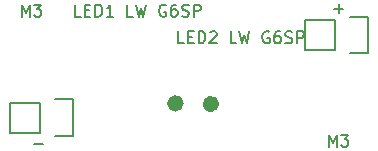
<source format=gto>
G04 #@! TF.FileFunction,Legend,Top*
%FSLAX46Y46*%
G04 Gerber Fmt 4.6, Leading zero omitted, Abs format (unit mm)*
G04 Created by KiCad (PCBNEW 4.0.6) date Fri Jul 21 09:34:55 2017*
%MOMM*%
%LPD*%
G01*
G04 APERTURE LIST*
%ADD10C,0.100000*%
%ADD11C,0.150000*%
%ADD12C,0.700000*%
G04 APERTURE END LIST*
D10*
D11*
X82230000Y-46105000D02*
X79690000Y-46105000D01*
X85050000Y-46385000D02*
X83500000Y-46385000D01*
X82230000Y-46105000D02*
X82230000Y-43565000D01*
X83500000Y-43285000D02*
X85050000Y-43285000D01*
X85050000Y-43285000D02*
X85050000Y-46385000D01*
X82230000Y-43565000D02*
X79690000Y-43565000D01*
X79690000Y-43565000D02*
X79690000Y-46105000D01*
X57230000Y-53105000D02*
X54690000Y-53105000D01*
X60050000Y-53385000D02*
X58500000Y-53385000D01*
X57230000Y-53105000D02*
X57230000Y-50565000D01*
X58500000Y-50285000D02*
X60050000Y-50285000D01*
X60050000Y-50285000D02*
X60050000Y-53385000D01*
X57230000Y-50565000D02*
X54690000Y-50565000D01*
X54690000Y-50565000D02*
X54690000Y-53105000D01*
D12*
X69060555Y-50635000D02*
G75*
G03X69060555Y-50635000I-360555J0D01*
G01*
X72060555Y-50685000D02*
G75*
G03X72060555Y-50685000I-360555J0D01*
G01*
D11*
X82169048Y-42616429D02*
X82930953Y-42616429D01*
X82550001Y-42997381D02*
X82550001Y-42235476D01*
X56769048Y-54046429D02*
X57530953Y-54046429D01*
X81690476Y-54287381D02*
X81690476Y-53287381D01*
X82023810Y-54001667D01*
X82357143Y-53287381D01*
X82357143Y-54287381D01*
X82738095Y-53287381D02*
X83357143Y-53287381D01*
X83023809Y-53668333D01*
X83166667Y-53668333D01*
X83261905Y-53715952D01*
X83309524Y-53763571D01*
X83357143Y-53858810D01*
X83357143Y-54096905D01*
X83309524Y-54192143D01*
X83261905Y-54239762D01*
X83166667Y-54287381D01*
X82880952Y-54287381D01*
X82785714Y-54239762D01*
X82738095Y-54192143D01*
X55690476Y-43287381D02*
X55690476Y-42287381D01*
X56023810Y-43001667D01*
X56357143Y-42287381D01*
X56357143Y-43287381D01*
X56738095Y-42287381D02*
X57357143Y-42287381D01*
X57023809Y-42668333D01*
X57166667Y-42668333D01*
X57261905Y-42715952D01*
X57309524Y-42763571D01*
X57357143Y-42858810D01*
X57357143Y-43096905D01*
X57309524Y-43192143D01*
X57261905Y-43239762D01*
X57166667Y-43287381D01*
X56880952Y-43287381D01*
X56785714Y-43239762D01*
X56738095Y-43192143D01*
X60690476Y-43287381D02*
X60214285Y-43287381D01*
X60214285Y-42287381D01*
X61023809Y-42763571D02*
X61357143Y-42763571D01*
X61500000Y-43287381D02*
X61023809Y-43287381D01*
X61023809Y-42287381D01*
X61500000Y-42287381D01*
X61928571Y-43287381D02*
X61928571Y-42287381D01*
X62166666Y-42287381D01*
X62309524Y-42335000D01*
X62404762Y-42430238D01*
X62452381Y-42525476D01*
X62500000Y-42715952D01*
X62500000Y-42858810D01*
X62452381Y-43049286D01*
X62404762Y-43144524D01*
X62309524Y-43239762D01*
X62166666Y-43287381D01*
X61928571Y-43287381D01*
X63452381Y-43287381D02*
X62880952Y-43287381D01*
X63166666Y-43287381D02*
X63166666Y-42287381D01*
X63071428Y-42430238D01*
X62976190Y-42525476D01*
X62880952Y-42573095D01*
X65119048Y-43287381D02*
X64642857Y-43287381D01*
X64642857Y-42287381D01*
X65357143Y-42287381D02*
X65595238Y-43287381D01*
X65785715Y-42573095D01*
X65976191Y-43287381D01*
X66214286Y-42287381D01*
X67880953Y-42335000D02*
X67785715Y-42287381D01*
X67642858Y-42287381D01*
X67500000Y-42335000D01*
X67404762Y-42430238D01*
X67357143Y-42525476D01*
X67309524Y-42715952D01*
X67309524Y-42858810D01*
X67357143Y-43049286D01*
X67404762Y-43144524D01*
X67500000Y-43239762D01*
X67642858Y-43287381D01*
X67738096Y-43287381D01*
X67880953Y-43239762D01*
X67928572Y-43192143D01*
X67928572Y-42858810D01*
X67738096Y-42858810D01*
X68785715Y-42287381D02*
X68595238Y-42287381D01*
X68500000Y-42335000D01*
X68452381Y-42382619D01*
X68357143Y-42525476D01*
X68309524Y-42715952D01*
X68309524Y-43096905D01*
X68357143Y-43192143D01*
X68404762Y-43239762D01*
X68500000Y-43287381D01*
X68690477Y-43287381D01*
X68785715Y-43239762D01*
X68833334Y-43192143D01*
X68880953Y-43096905D01*
X68880953Y-42858810D01*
X68833334Y-42763571D01*
X68785715Y-42715952D01*
X68690477Y-42668333D01*
X68500000Y-42668333D01*
X68404762Y-42715952D01*
X68357143Y-42763571D01*
X68309524Y-42858810D01*
X69261905Y-43239762D02*
X69404762Y-43287381D01*
X69642858Y-43287381D01*
X69738096Y-43239762D01*
X69785715Y-43192143D01*
X69833334Y-43096905D01*
X69833334Y-43001667D01*
X69785715Y-42906429D01*
X69738096Y-42858810D01*
X69642858Y-42811190D01*
X69452381Y-42763571D01*
X69357143Y-42715952D01*
X69309524Y-42668333D01*
X69261905Y-42573095D01*
X69261905Y-42477857D01*
X69309524Y-42382619D01*
X69357143Y-42335000D01*
X69452381Y-42287381D01*
X69690477Y-42287381D01*
X69833334Y-42335000D01*
X70261905Y-43287381D02*
X70261905Y-42287381D01*
X70642858Y-42287381D01*
X70738096Y-42335000D01*
X70785715Y-42382619D01*
X70833334Y-42477857D01*
X70833334Y-42620714D01*
X70785715Y-42715952D01*
X70738096Y-42763571D01*
X70642858Y-42811190D01*
X70261905Y-42811190D01*
X69440476Y-45537381D02*
X68964285Y-45537381D01*
X68964285Y-44537381D01*
X69773809Y-45013571D02*
X70107143Y-45013571D01*
X70250000Y-45537381D02*
X69773809Y-45537381D01*
X69773809Y-44537381D01*
X70250000Y-44537381D01*
X70678571Y-45537381D02*
X70678571Y-44537381D01*
X70916666Y-44537381D01*
X71059524Y-44585000D01*
X71154762Y-44680238D01*
X71202381Y-44775476D01*
X71250000Y-44965952D01*
X71250000Y-45108810D01*
X71202381Y-45299286D01*
X71154762Y-45394524D01*
X71059524Y-45489762D01*
X70916666Y-45537381D01*
X70678571Y-45537381D01*
X71630952Y-44632619D02*
X71678571Y-44585000D01*
X71773809Y-44537381D01*
X72011905Y-44537381D01*
X72107143Y-44585000D01*
X72154762Y-44632619D01*
X72202381Y-44727857D01*
X72202381Y-44823095D01*
X72154762Y-44965952D01*
X71583333Y-45537381D01*
X72202381Y-45537381D01*
X73869048Y-45537381D02*
X73392857Y-45537381D01*
X73392857Y-44537381D01*
X74107143Y-44537381D02*
X74345238Y-45537381D01*
X74535715Y-44823095D01*
X74726191Y-45537381D01*
X74964286Y-44537381D01*
X76630953Y-44585000D02*
X76535715Y-44537381D01*
X76392858Y-44537381D01*
X76250000Y-44585000D01*
X76154762Y-44680238D01*
X76107143Y-44775476D01*
X76059524Y-44965952D01*
X76059524Y-45108810D01*
X76107143Y-45299286D01*
X76154762Y-45394524D01*
X76250000Y-45489762D01*
X76392858Y-45537381D01*
X76488096Y-45537381D01*
X76630953Y-45489762D01*
X76678572Y-45442143D01*
X76678572Y-45108810D01*
X76488096Y-45108810D01*
X77535715Y-44537381D02*
X77345238Y-44537381D01*
X77250000Y-44585000D01*
X77202381Y-44632619D01*
X77107143Y-44775476D01*
X77059524Y-44965952D01*
X77059524Y-45346905D01*
X77107143Y-45442143D01*
X77154762Y-45489762D01*
X77250000Y-45537381D01*
X77440477Y-45537381D01*
X77535715Y-45489762D01*
X77583334Y-45442143D01*
X77630953Y-45346905D01*
X77630953Y-45108810D01*
X77583334Y-45013571D01*
X77535715Y-44965952D01*
X77440477Y-44918333D01*
X77250000Y-44918333D01*
X77154762Y-44965952D01*
X77107143Y-45013571D01*
X77059524Y-45108810D01*
X78011905Y-45489762D02*
X78154762Y-45537381D01*
X78392858Y-45537381D01*
X78488096Y-45489762D01*
X78535715Y-45442143D01*
X78583334Y-45346905D01*
X78583334Y-45251667D01*
X78535715Y-45156429D01*
X78488096Y-45108810D01*
X78392858Y-45061190D01*
X78202381Y-45013571D01*
X78107143Y-44965952D01*
X78059524Y-44918333D01*
X78011905Y-44823095D01*
X78011905Y-44727857D01*
X78059524Y-44632619D01*
X78107143Y-44585000D01*
X78202381Y-44537381D01*
X78440477Y-44537381D01*
X78583334Y-44585000D01*
X79011905Y-45537381D02*
X79011905Y-44537381D01*
X79392858Y-44537381D01*
X79488096Y-44585000D01*
X79535715Y-44632619D01*
X79583334Y-44727857D01*
X79583334Y-44870714D01*
X79535715Y-44965952D01*
X79488096Y-45013571D01*
X79392858Y-45061190D01*
X79011905Y-45061190D01*
M02*

</source>
